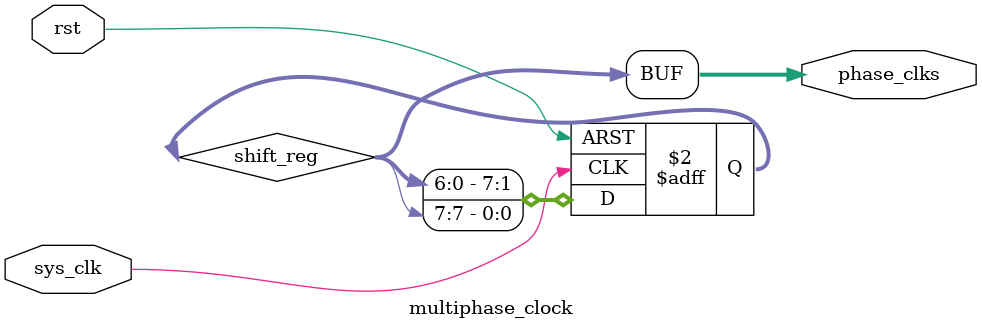
<source format=sv>
module multiphase_clock(
    input sys_clk,
    input rst,
    output [7:0] phase_clks
);
    reg [7:0] shift_reg;
    
    always @(posedge sys_clk or posedge rst) begin
        if (rst)
            shift_reg <= 8'b00000001;
        else
            shift_reg <= {shift_reg[6:0], shift_reg[7]};
    end
    
    assign phase_clks = shift_reg;
endmodule

</source>
